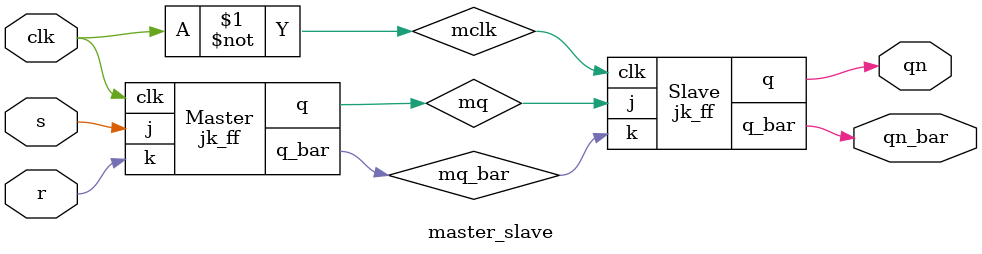
<source format=v>
module jk_ff(j,k,clk,q,q_bar);
input j,k,clk;
output  q,q_bar;
reg q;
assign q_bar= ~q;
always @(posedge clk)
begin

case({j,k})
2'b00: q<=q;
2'b01: q<=0;
2'b10: q<=1;
2'b11: q<=~q;
endcase
end
endmodule

module master_slave(s,r,clk,qn,qn_bar,);
input s,r,clk;
output qn,qn_bar;
wire mq;
wire mq_bar;
wire mclk;
assign mclk= ~clk;


jk_ff Master(s,r,clk,mq,mq_bar);
jk_ff Slave(mq,mq_bar,mclk,qn,qn_bar);

endmodule

</source>
